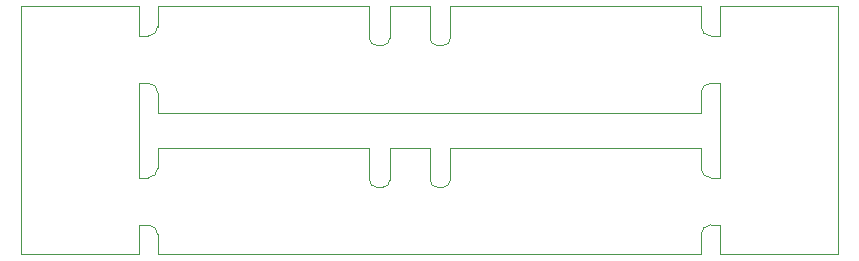
<source format=gbr>
G04 #@! TF.GenerationSoftware,KiCad,Pcbnew,(5.1.6)-1*
G04 #@! TF.CreationDate,2020-09-11T17:39:01+02:00*
G04 #@! TF.ProjectId,panelized,70616e65-6c69-47a6-9564-2e6b69636164,rev?*
G04 #@! TF.SameCoordinates,Original*
G04 #@! TF.FileFunction,Profile,NP*
%FSLAX46Y46*%
G04 Gerber Fmt 4.6, Leading zero omitted, Abs format (unit mm)*
G04 Created by KiCad (PCBNEW (5.1.6)-1) date 2020-09-11 17:39:01*
%MOMM*%
%LPD*%
G01*
G04 APERTURE LIST*
G04 #@! TA.AperFunction,Profile*
%ADD10C,0.050000*%
G04 #@! TD*
G04 APERTURE END LIST*
D10*
X123650000Y-115300000D02*
X124175000Y-115300000D01*
X124775000Y-114700000D02*
G75*
G02*
X124175000Y-115300000I-600000J0D01*
G01*
X147600000Y-114500000D02*
X146800000Y-114500000D01*
X119650000Y-114700000D02*
X119650000Y-112000000D01*
X98400000Y-118500000D02*
X99200000Y-118500000D01*
X146000000Y-113700000D02*
X146000000Y-112000000D01*
X124775000Y-112000000D02*
X146000000Y-112000000D01*
X146000000Y-119300000D02*
G75*
G02*
X146800000Y-118500000I800000J0D01*
G01*
X146000000Y-121000000D02*
X100000000Y-121000000D01*
X123650000Y-115300000D02*
G75*
G02*
X123050000Y-114700000I0J600000D01*
G01*
X118525000Y-115300000D02*
X119050000Y-115300000D01*
X118525000Y-115300000D02*
G75*
G02*
X117925000Y-114700000I0J600000D01*
G01*
X124775000Y-114700000D02*
X124775000Y-112000000D01*
X100000000Y-113700000D02*
G75*
G02*
X99200000Y-114500000I-800000J0D01*
G01*
X117925000Y-114700000D02*
X117925000Y-112000000D01*
X100000000Y-113700000D02*
X100000000Y-112000000D01*
X119650000Y-112000000D02*
X123050000Y-112000000D01*
X98400000Y-114500000D02*
X99200000Y-114500000D01*
X100000000Y-119300000D02*
X100000000Y-121000000D01*
X123050000Y-112000000D02*
X123050000Y-114700000D01*
X119650000Y-114700000D02*
G75*
G02*
X119050000Y-115300000I-600000J0D01*
G01*
X146000000Y-113700000D02*
G75*
G03*
X146800000Y-114500000I800000J0D01*
G01*
X146000000Y-119300000D02*
X146000000Y-121000000D01*
X100000000Y-119300000D02*
G75*
G03*
X99200000Y-118500000I-800000J0D01*
G01*
X100000000Y-112000000D02*
X117925000Y-112000000D01*
X147600000Y-118500000D02*
X146800000Y-118500000D01*
X123650000Y-103300000D02*
X124175000Y-103300000D01*
X124775000Y-102700000D02*
G75*
G02*
X124175000Y-103300000I-600000J0D01*
G01*
X147600000Y-102500000D02*
X146800000Y-102500000D01*
X119650000Y-102700000D02*
X119650000Y-100000000D01*
X98400000Y-106500000D02*
X99200000Y-106500000D01*
X146000000Y-101700000D02*
X146000000Y-100000000D01*
X124775000Y-100000000D02*
X146000000Y-100000000D01*
X146000000Y-107300000D02*
G75*
G02*
X146800000Y-106500000I800000J0D01*
G01*
X146000000Y-109000000D02*
X100000000Y-109000000D01*
X123650000Y-103300000D02*
G75*
G02*
X123050000Y-102700000I0J600000D01*
G01*
X118525000Y-103300000D02*
X119050000Y-103300000D01*
X118525000Y-103300000D02*
G75*
G02*
X117925000Y-102700000I0J600000D01*
G01*
X124775000Y-102700000D02*
X124775000Y-100000000D01*
X100000000Y-101700000D02*
G75*
G02*
X99200000Y-102500000I-800000J0D01*
G01*
X117925000Y-102700000D02*
X117925000Y-100000000D01*
X100000000Y-101700000D02*
X100000000Y-100000000D01*
X119650000Y-100000000D02*
X123050000Y-100000000D01*
X98400000Y-102500000D02*
X99200000Y-102500000D01*
X100000000Y-107300000D02*
X100000000Y-109000000D01*
X123050000Y-100000000D02*
X123050000Y-102700000D01*
X119650000Y-102700000D02*
G75*
G02*
X119050000Y-103300000I-600000J0D01*
G01*
X146000000Y-101700000D02*
G75*
G03*
X146800000Y-102500000I800000J0D01*
G01*
X146000000Y-107300000D02*
X146000000Y-109000000D01*
X100000000Y-107300000D02*
G75*
G03*
X99200000Y-106500000I-800000J0D01*
G01*
X100000000Y-100000000D02*
X117925000Y-100000000D01*
X147600000Y-106500000D02*
X146800000Y-106500000D01*
X98400000Y-121000000D02*
X98400000Y-118500000D01*
X88400000Y-121000000D02*
X98400000Y-121000000D01*
X88400000Y-100000000D02*
X88400000Y-121000000D01*
X98400000Y-100000000D02*
X88400000Y-100000000D01*
X98400000Y-102500000D02*
X98400000Y-100000000D01*
X147600000Y-100000000D02*
X147600000Y-102500000D01*
X157600000Y-100000000D02*
X147600000Y-100000000D01*
X157600000Y-121000000D02*
X157600000Y-100000000D01*
X147600000Y-121000000D02*
X157600000Y-121000000D01*
X147600000Y-118500000D02*
X147600000Y-121000000D01*
X147600000Y-106500000D02*
X147600000Y-114500000D01*
X98400000Y-114500000D02*
X98400000Y-106500000D01*
M02*

</source>
